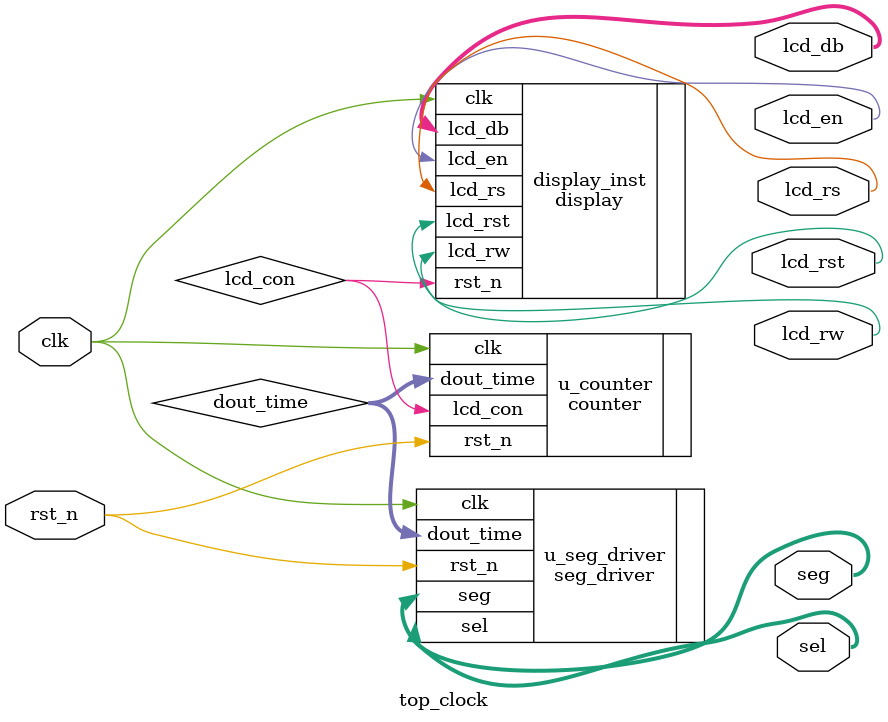
<source format=v>
module top_clock (
    input  wire       clk         ,  //system clock
    input  wire       rst_n       ,  //reset
    output wire [1:0] sel         ,  //select signal
    output wire [7:0] seg         ,   //power signal
    output lcd_en, // LED enable
    output lcd_rs, // register select
                        // 0 : write command register
                        // 1 : write data register
    output lcd_rw, // Read/Write Signal
                        // 0 : write
                        // 1 : No function
    output reg [7:0] lcd_db,
    output lcd_rst);
wire [6:0]     dout_time;
reg lcd_con;
//timing module
counter u_counter(
    .clk        (clk)       ,
    .rst_n      (rst_n)     ,
    .dout_time  (dout_time) ,  //SS
    .lcd_con(lcd_con)
);

//driver
seg_driver u_seg_driver(
    .clk            (clk)   ,
    .rst_n          (rst_n) ,
    .sel            (sel)   ,
    .seg            (seg)   ,
    .dout_time      (dout_time)
);
display display_inst(
    .clk(clk),
    .rst_n(lcd_con),
    .lcd_en(lcd_en),
    .lcd_rs(lcd_rs),
    .lcd_rw(lcd_rw),
    .lcd_db(lcd_db),
    .lcd_rst(lcd_rst)

);

endmodule //top
</source>
